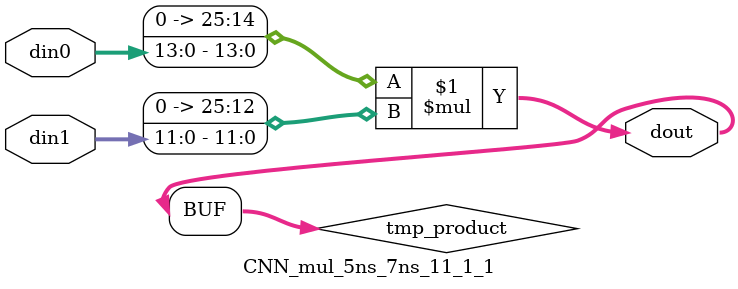
<source format=v>

`timescale 1 ns / 1 ps

 module CNN_mul_5ns_7ns_11_1_1(din0, din1, dout);
parameter ID = 1;
parameter NUM_STAGE = 0;
parameter din0_WIDTH = 14;
parameter din1_WIDTH = 12;
parameter dout_WIDTH = 26;

input [din0_WIDTH - 1 : 0] din0; 
input [din1_WIDTH - 1 : 0] din1; 
output [dout_WIDTH - 1 : 0] dout;

wire signed [dout_WIDTH - 1 : 0] tmp_product;
























assign tmp_product = $signed({1'b0, din0}) * $signed({1'b0, din1});











assign dout = tmp_product;





















endmodule

</source>
